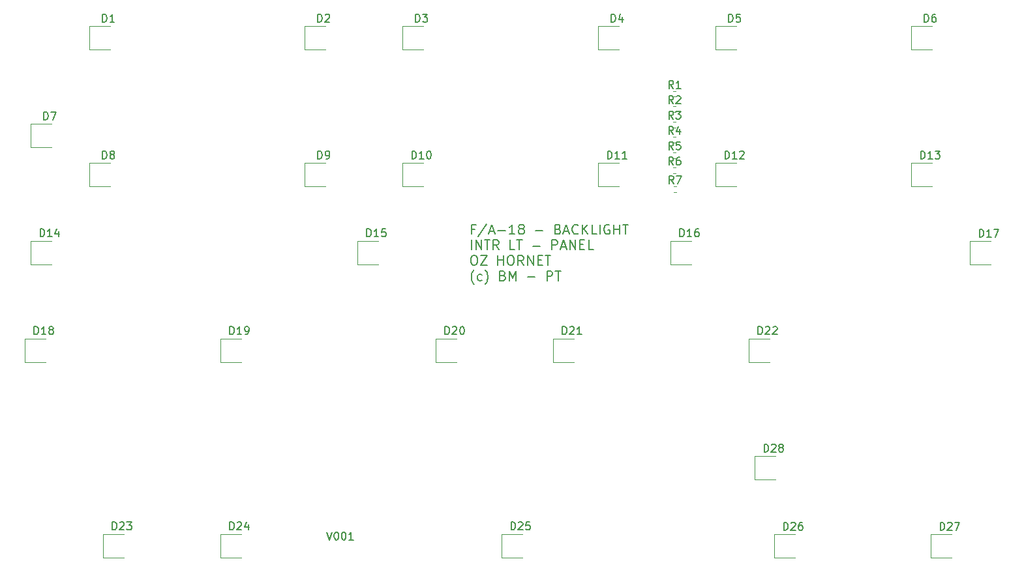
<source format=gbr>
%TF.GenerationSoftware,KiCad,Pcbnew,7.0.9*%
%TF.CreationDate,2024-04-07T12:25:56+10:00*%
%TF.ProjectId,INT-LT-F18,494e542d-4c54-42d4-9631-382e6b696361,rev?*%
%TF.SameCoordinates,Original*%
%TF.FileFunction,Legend,Top*%
%TF.FilePolarity,Positive*%
%FSLAX46Y46*%
G04 Gerber Fmt 4.6, Leading zero omitted, Abs format (unit mm)*
G04 Created by KiCad (PCBNEW 7.0.9) date 2024-04-07 12:25:56*
%MOMM*%
%LPD*%
G01*
G04 APERTURE LIST*
%ADD10C,0.150000*%
%ADD11C,0.120000*%
G04 APERTURE END LIST*
D10*
X127812969Y-75636961D02*
X127396303Y-75636961D01*
X127396303Y-76291723D02*
X127396303Y-75041723D01*
X127396303Y-75041723D02*
X127991541Y-75041723D01*
X129360589Y-74982200D02*
X128289160Y-76589342D01*
X129717732Y-75934580D02*
X130312970Y-75934580D01*
X129598684Y-76291723D02*
X130015351Y-75041723D01*
X130015351Y-75041723D02*
X130432017Y-76291723D01*
X130848685Y-75815533D02*
X131801066Y-75815533D01*
X133051065Y-76291723D02*
X132336780Y-76291723D01*
X132693923Y-76291723D02*
X132693923Y-75041723D01*
X132693923Y-75041723D02*
X132574875Y-75220295D01*
X132574875Y-75220295D02*
X132455827Y-75339342D01*
X132455827Y-75339342D02*
X132336780Y-75398866D01*
X133765351Y-75577438D02*
X133646303Y-75517914D01*
X133646303Y-75517914D02*
X133586780Y-75458390D01*
X133586780Y-75458390D02*
X133527256Y-75339342D01*
X133527256Y-75339342D02*
X133527256Y-75279819D01*
X133527256Y-75279819D02*
X133586780Y-75160771D01*
X133586780Y-75160771D02*
X133646303Y-75101247D01*
X133646303Y-75101247D02*
X133765351Y-75041723D01*
X133765351Y-75041723D02*
X134003446Y-75041723D01*
X134003446Y-75041723D02*
X134122494Y-75101247D01*
X134122494Y-75101247D02*
X134182018Y-75160771D01*
X134182018Y-75160771D02*
X134241541Y-75279819D01*
X134241541Y-75279819D02*
X134241541Y-75339342D01*
X134241541Y-75339342D02*
X134182018Y-75458390D01*
X134182018Y-75458390D02*
X134122494Y-75517914D01*
X134122494Y-75517914D02*
X134003446Y-75577438D01*
X134003446Y-75577438D02*
X133765351Y-75577438D01*
X133765351Y-75577438D02*
X133646303Y-75636961D01*
X133646303Y-75636961D02*
X133586780Y-75696485D01*
X133586780Y-75696485D02*
X133527256Y-75815533D01*
X133527256Y-75815533D02*
X133527256Y-76053628D01*
X133527256Y-76053628D02*
X133586780Y-76172676D01*
X133586780Y-76172676D02*
X133646303Y-76232200D01*
X133646303Y-76232200D02*
X133765351Y-76291723D01*
X133765351Y-76291723D02*
X134003446Y-76291723D01*
X134003446Y-76291723D02*
X134122494Y-76232200D01*
X134122494Y-76232200D02*
X134182018Y-76172676D01*
X134182018Y-76172676D02*
X134241541Y-76053628D01*
X134241541Y-76053628D02*
X134241541Y-75815533D01*
X134241541Y-75815533D02*
X134182018Y-75696485D01*
X134182018Y-75696485D02*
X134122494Y-75636961D01*
X134122494Y-75636961D02*
X134003446Y-75577438D01*
X135729637Y-75815533D02*
X136682018Y-75815533D01*
X138646303Y-75636961D02*
X138824875Y-75696485D01*
X138824875Y-75696485D02*
X138884398Y-75756009D01*
X138884398Y-75756009D02*
X138943922Y-75875057D01*
X138943922Y-75875057D02*
X138943922Y-76053628D01*
X138943922Y-76053628D02*
X138884398Y-76172676D01*
X138884398Y-76172676D02*
X138824875Y-76232200D01*
X138824875Y-76232200D02*
X138705827Y-76291723D01*
X138705827Y-76291723D02*
X138229637Y-76291723D01*
X138229637Y-76291723D02*
X138229637Y-75041723D01*
X138229637Y-75041723D02*
X138646303Y-75041723D01*
X138646303Y-75041723D02*
X138765351Y-75101247D01*
X138765351Y-75101247D02*
X138824875Y-75160771D01*
X138824875Y-75160771D02*
X138884398Y-75279819D01*
X138884398Y-75279819D02*
X138884398Y-75398866D01*
X138884398Y-75398866D02*
X138824875Y-75517914D01*
X138824875Y-75517914D02*
X138765351Y-75577438D01*
X138765351Y-75577438D02*
X138646303Y-75636961D01*
X138646303Y-75636961D02*
X138229637Y-75636961D01*
X139420113Y-75934580D02*
X140015351Y-75934580D01*
X139301065Y-76291723D02*
X139717732Y-75041723D01*
X139717732Y-75041723D02*
X140134398Y-76291723D01*
X141265351Y-76172676D02*
X141205827Y-76232200D01*
X141205827Y-76232200D02*
X141027256Y-76291723D01*
X141027256Y-76291723D02*
X140908208Y-76291723D01*
X140908208Y-76291723D02*
X140729637Y-76232200D01*
X140729637Y-76232200D02*
X140610589Y-76113152D01*
X140610589Y-76113152D02*
X140551066Y-75994104D01*
X140551066Y-75994104D02*
X140491542Y-75756009D01*
X140491542Y-75756009D02*
X140491542Y-75577438D01*
X140491542Y-75577438D02*
X140551066Y-75339342D01*
X140551066Y-75339342D02*
X140610589Y-75220295D01*
X140610589Y-75220295D02*
X140729637Y-75101247D01*
X140729637Y-75101247D02*
X140908208Y-75041723D01*
X140908208Y-75041723D02*
X141027256Y-75041723D01*
X141027256Y-75041723D02*
X141205827Y-75101247D01*
X141205827Y-75101247D02*
X141265351Y-75160771D01*
X141801066Y-76291723D02*
X141801066Y-75041723D01*
X142515351Y-76291723D02*
X141979637Y-75577438D01*
X142515351Y-75041723D02*
X141801066Y-75756009D01*
X143646304Y-76291723D02*
X143051066Y-76291723D01*
X143051066Y-76291723D02*
X143051066Y-75041723D01*
X144062971Y-76291723D02*
X144062971Y-75041723D01*
X145312970Y-75101247D02*
X145193923Y-75041723D01*
X145193923Y-75041723D02*
X145015351Y-75041723D01*
X145015351Y-75041723D02*
X144836780Y-75101247D01*
X144836780Y-75101247D02*
X144717732Y-75220295D01*
X144717732Y-75220295D02*
X144658209Y-75339342D01*
X144658209Y-75339342D02*
X144598685Y-75577438D01*
X144598685Y-75577438D02*
X144598685Y-75756009D01*
X144598685Y-75756009D02*
X144658209Y-75994104D01*
X144658209Y-75994104D02*
X144717732Y-76113152D01*
X144717732Y-76113152D02*
X144836780Y-76232200D01*
X144836780Y-76232200D02*
X145015351Y-76291723D01*
X145015351Y-76291723D02*
X145134399Y-76291723D01*
X145134399Y-76291723D02*
X145312970Y-76232200D01*
X145312970Y-76232200D02*
X145372494Y-76172676D01*
X145372494Y-76172676D02*
X145372494Y-75756009D01*
X145372494Y-75756009D02*
X145134399Y-75756009D01*
X145908209Y-76291723D02*
X145908209Y-75041723D01*
X145908209Y-75636961D02*
X146622494Y-75636961D01*
X146622494Y-76291723D02*
X146622494Y-75041723D01*
X147039161Y-75041723D02*
X147753447Y-75041723D01*
X147396304Y-76291723D02*
X147396304Y-75041723D01*
X127396303Y-78304223D02*
X127396303Y-77054223D01*
X127991541Y-78304223D02*
X127991541Y-77054223D01*
X127991541Y-77054223D02*
X128705826Y-78304223D01*
X128705826Y-78304223D02*
X128705826Y-77054223D01*
X129122493Y-77054223D02*
X129836779Y-77054223D01*
X129479636Y-78304223D02*
X129479636Y-77054223D01*
X130967731Y-78304223D02*
X130551065Y-77708985D01*
X130253446Y-78304223D02*
X130253446Y-77054223D01*
X130253446Y-77054223D02*
X130729636Y-77054223D01*
X130729636Y-77054223D02*
X130848684Y-77113747D01*
X130848684Y-77113747D02*
X130908207Y-77173271D01*
X130908207Y-77173271D02*
X130967731Y-77292319D01*
X130967731Y-77292319D02*
X130967731Y-77470890D01*
X130967731Y-77470890D02*
X130908207Y-77589938D01*
X130908207Y-77589938D02*
X130848684Y-77649461D01*
X130848684Y-77649461D02*
X130729636Y-77708985D01*
X130729636Y-77708985D02*
X130253446Y-77708985D01*
X133051065Y-78304223D02*
X132455827Y-78304223D01*
X132455827Y-78304223D02*
X132455827Y-77054223D01*
X133289160Y-77054223D02*
X134003446Y-77054223D01*
X133646303Y-78304223D02*
X133646303Y-77054223D01*
X135372494Y-77828033D02*
X136324875Y-77828033D01*
X137872494Y-78304223D02*
X137872494Y-77054223D01*
X137872494Y-77054223D02*
X138348684Y-77054223D01*
X138348684Y-77054223D02*
X138467732Y-77113747D01*
X138467732Y-77113747D02*
X138527255Y-77173271D01*
X138527255Y-77173271D02*
X138586779Y-77292319D01*
X138586779Y-77292319D02*
X138586779Y-77470890D01*
X138586779Y-77470890D02*
X138527255Y-77589938D01*
X138527255Y-77589938D02*
X138467732Y-77649461D01*
X138467732Y-77649461D02*
X138348684Y-77708985D01*
X138348684Y-77708985D02*
X137872494Y-77708985D01*
X139062970Y-77947080D02*
X139658208Y-77947080D01*
X138943922Y-78304223D02*
X139360589Y-77054223D01*
X139360589Y-77054223D02*
X139777255Y-78304223D01*
X140193923Y-78304223D02*
X140193923Y-77054223D01*
X140193923Y-77054223D02*
X140908208Y-78304223D01*
X140908208Y-78304223D02*
X140908208Y-77054223D01*
X141503447Y-77649461D02*
X141920113Y-77649461D01*
X142098685Y-78304223D02*
X141503447Y-78304223D01*
X141503447Y-78304223D02*
X141503447Y-77054223D01*
X141503447Y-77054223D02*
X142098685Y-77054223D01*
X143229637Y-78304223D02*
X142634399Y-78304223D01*
X142634399Y-78304223D02*
X142634399Y-77054223D01*
X127634398Y-79066723D02*
X127872493Y-79066723D01*
X127872493Y-79066723D02*
X127991541Y-79126247D01*
X127991541Y-79126247D02*
X128110588Y-79245295D01*
X128110588Y-79245295D02*
X128170112Y-79483390D01*
X128170112Y-79483390D02*
X128170112Y-79900057D01*
X128170112Y-79900057D02*
X128110588Y-80138152D01*
X128110588Y-80138152D02*
X127991541Y-80257200D01*
X127991541Y-80257200D02*
X127872493Y-80316723D01*
X127872493Y-80316723D02*
X127634398Y-80316723D01*
X127634398Y-80316723D02*
X127515350Y-80257200D01*
X127515350Y-80257200D02*
X127396303Y-80138152D01*
X127396303Y-80138152D02*
X127336779Y-79900057D01*
X127336779Y-79900057D02*
X127336779Y-79483390D01*
X127336779Y-79483390D02*
X127396303Y-79245295D01*
X127396303Y-79245295D02*
X127515350Y-79126247D01*
X127515350Y-79126247D02*
X127634398Y-79066723D01*
X128586779Y-79066723D02*
X129420112Y-79066723D01*
X129420112Y-79066723D02*
X128586779Y-80316723D01*
X128586779Y-80316723D02*
X129420112Y-80316723D01*
X130848684Y-80316723D02*
X130848684Y-79066723D01*
X130848684Y-79661961D02*
X131562969Y-79661961D01*
X131562969Y-80316723D02*
X131562969Y-79066723D01*
X132396303Y-79066723D02*
X132634398Y-79066723D01*
X132634398Y-79066723D02*
X132753446Y-79126247D01*
X132753446Y-79126247D02*
X132872493Y-79245295D01*
X132872493Y-79245295D02*
X132932017Y-79483390D01*
X132932017Y-79483390D02*
X132932017Y-79900057D01*
X132932017Y-79900057D02*
X132872493Y-80138152D01*
X132872493Y-80138152D02*
X132753446Y-80257200D01*
X132753446Y-80257200D02*
X132634398Y-80316723D01*
X132634398Y-80316723D02*
X132396303Y-80316723D01*
X132396303Y-80316723D02*
X132277255Y-80257200D01*
X132277255Y-80257200D02*
X132158208Y-80138152D01*
X132158208Y-80138152D02*
X132098684Y-79900057D01*
X132098684Y-79900057D02*
X132098684Y-79483390D01*
X132098684Y-79483390D02*
X132158208Y-79245295D01*
X132158208Y-79245295D02*
X132277255Y-79126247D01*
X132277255Y-79126247D02*
X132396303Y-79066723D01*
X134182017Y-80316723D02*
X133765351Y-79721485D01*
X133467732Y-80316723D02*
X133467732Y-79066723D01*
X133467732Y-79066723D02*
X133943922Y-79066723D01*
X133943922Y-79066723D02*
X134062970Y-79126247D01*
X134062970Y-79126247D02*
X134122493Y-79185771D01*
X134122493Y-79185771D02*
X134182017Y-79304819D01*
X134182017Y-79304819D02*
X134182017Y-79483390D01*
X134182017Y-79483390D02*
X134122493Y-79602438D01*
X134122493Y-79602438D02*
X134062970Y-79661961D01*
X134062970Y-79661961D02*
X133943922Y-79721485D01*
X133943922Y-79721485D02*
X133467732Y-79721485D01*
X134717732Y-80316723D02*
X134717732Y-79066723D01*
X134717732Y-79066723D02*
X135432017Y-80316723D01*
X135432017Y-80316723D02*
X135432017Y-79066723D01*
X136027256Y-79661961D02*
X136443922Y-79661961D01*
X136622494Y-80316723D02*
X136027256Y-80316723D01*
X136027256Y-80316723D02*
X136027256Y-79066723D01*
X136027256Y-79066723D02*
X136622494Y-79066723D01*
X136979636Y-79066723D02*
X137693922Y-79066723D01*
X137336779Y-80316723D02*
X137336779Y-79066723D01*
X127753445Y-82805414D02*
X127693922Y-82745890D01*
X127693922Y-82745890D02*
X127574874Y-82567319D01*
X127574874Y-82567319D02*
X127515350Y-82448271D01*
X127515350Y-82448271D02*
X127455826Y-82269700D01*
X127455826Y-82269700D02*
X127396303Y-81972080D01*
X127396303Y-81972080D02*
X127396303Y-81733985D01*
X127396303Y-81733985D02*
X127455826Y-81436366D01*
X127455826Y-81436366D02*
X127515350Y-81257795D01*
X127515350Y-81257795D02*
X127574874Y-81138747D01*
X127574874Y-81138747D02*
X127693922Y-80960176D01*
X127693922Y-80960176D02*
X127753445Y-80900652D01*
X128765350Y-82269700D02*
X128646302Y-82329223D01*
X128646302Y-82329223D02*
X128408207Y-82329223D01*
X128408207Y-82329223D02*
X128289159Y-82269700D01*
X128289159Y-82269700D02*
X128229636Y-82210176D01*
X128229636Y-82210176D02*
X128170112Y-82091128D01*
X128170112Y-82091128D02*
X128170112Y-81733985D01*
X128170112Y-81733985D02*
X128229636Y-81614938D01*
X128229636Y-81614938D02*
X128289159Y-81555414D01*
X128289159Y-81555414D02*
X128408207Y-81495890D01*
X128408207Y-81495890D02*
X128646302Y-81495890D01*
X128646302Y-81495890D02*
X128765350Y-81555414D01*
X129182017Y-82805414D02*
X129241541Y-82745890D01*
X129241541Y-82745890D02*
X129360588Y-82567319D01*
X129360588Y-82567319D02*
X129420112Y-82448271D01*
X129420112Y-82448271D02*
X129479636Y-82269700D01*
X129479636Y-82269700D02*
X129539160Y-81972080D01*
X129539160Y-81972080D02*
X129539160Y-81733985D01*
X129539160Y-81733985D02*
X129479636Y-81436366D01*
X129479636Y-81436366D02*
X129420112Y-81257795D01*
X129420112Y-81257795D02*
X129360588Y-81138747D01*
X129360588Y-81138747D02*
X129241541Y-80960176D01*
X129241541Y-80960176D02*
X129182017Y-80900652D01*
X131503445Y-81674461D02*
X131682017Y-81733985D01*
X131682017Y-81733985D02*
X131741540Y-81793509D01*
X131741540Y-81793509D02*
X131801064Y-81912557D01*
X131801064Y-81912557D02*
X131801064Y-82091128D01*
X131801064Y-82091128D02*
X131741540Y-82210176D01*
X131741540Y-82210176D02*
X131682017Y-82269700D01*
X131682017Y-82269700D02*
X131562969Y-82329223D01*
X131562969Y-82329223D02*
X131086779Y-82329223D01*
X131086779Y-82329223D02*
X131086779Y-81079223D01*
X131086779Y-81079223D02*
X131503445Y-81079223D01*
X131503445Y-81079223D02*
X131622493Y-81138747D01*
X131622493Y-81138747D02*
X131682017Y-81198271D01*
X131682017Y-81198271D02*
X131741540Y-81317319D01*
X131741540Y-81317319D02*
X131741540Y-81436366D01*
X131741540Y-81436366D02*
X131682017Y-81555414D01*
X131682017Y-81555414D02*
X131622493Y-81614938D01*
X131622493Y-81614938D02*
X131503445Y-81674461D01*
X131503445Y-81674461D02*
X131086779Y-81674461D01*
X132336779Y-82329223D02*
X132336779Y-81079223D01*
X132336779Y-81079223D02*
X132753445Y-81972080D01*
X132753445Y-81972080D02*
X133170112Y-81079223D01*
X133170112Y-81079223D02*
X133170112Y-82329223D01*
X134717731Y-81853033D02*
X135670112Y-81853033D01*
X137217731Y-82329223D02*
X137217731Y-81079223D01*
X137217731Y-81079223D02*
X137693921Y-81079223D01*
X137693921Y-81079223D02*
X137812969Y-81138747D01*
X137812969Y-81138747D02*
X137872492Y-81198271D01*
X137872492Y-81198271D02*
X137932016Y-81317319D01*
X137932016Y-81317319D02*
X137932016Y-81495890D01*
X137932016Y-81495890D02*
X137872492Y-81614938D01*
X137872492Y-81614938D02*
X137812969Y-81674461D01*
X137812969Y-81674461D02*
X137693921Y-81733985D01*
X137693921Y-81733985D02*
X137217731Y-81733985D01*
X138289159Y-81079223D02*
X139003445Y-81079223D01*
X138646302Y-82329223D02*
X138646302Y-81079223D01*
X108648095Y-115014819D02*
X108981428Y-116014819D01*
X108981428Y-116014819D02*
X109314761Y-115014819D01*
X109838571Y-115014819D02*
X109933809Y-115014819D01*
X109933809Y-115014819D02*
X110029047Y-115062438D01*
X110029047Y-115062438D02*
X110076666Y-115110057D01*
X110076666Y-115110057D02*
X110124285Y-115205295D01*
X110124285Y-115205295D02*
X110171904Y-115395771D01*
X110171904Y-115395771D02*
X110171904Y-115633866D01*
X110171904Y-115633866D02*
X110124285Y-115824342D01*
X110124285Y-115824342D02*
X110076666Y-115919580D01*
X110076666Y-115919580D02*
X110029047Y-115967200D01*
X110029047Y-115967200D02*
X109933809Y-116014819D01*
X109933809Y-116014819D02*
X109838571Y-116014819D01*
X109838571Y-116014819D02*
X109743333Y-115967200D01*
X109743333Y-115967200D02*
X109695714Y-115919580D01*
X109695714Y-115919580D02*
X109648095Y-115824342D01*
X109648095Y-115824342D02*
X109600476Y-115633866D01*
X109600476Y-115633866D02*
X109600476Y-115395771D01*
X109600476Y-115395771D02*
X109648095Y-115205295D01*
X109648095Y-115205295D02*
X109695714Y-115110057D01*
X109695714Y-115110057D02*
X109743333Y-115062438D01*
X109743333Y-115062438D02*
X109838571Y-115014819D01*
X110790952Y-115014819D02*
X110886190Y-115014819D01*
X110886190Y-115014819D02*
X110981428Y-115062438D01*
X110981428Y-115062438D02*
X111029047Y-115110057D01*
X111029047Y-115110057D02*
X111076666Y-115205295D01*
X111076666Y-115205295D02*
X111124285Y-115395771D01*
X111124285Y-115395771D02*
X111124285Y-115633866D01*
X111124285Y-115633866D02*
X111076666Y-115824342D01*
X111076666Y-115824342D02*
X111029047Y-115919580D01*
X111029047Y-115919580D02*
X110981428Y-115967200D01*
X110981428Y-115967200D02*
X110886190Y-116014819D01*
X110886190Y-116014819D02*
X110790952Y-116014819D01*
X110790952Y-116014819D02*
X110695714Y-115967200D01*
X110695714Y-115967200D02*
X110648095Y-115919580D01*
X110648095Y-115919580D02*
X110600476Y-115824342D01*
X110600476Y-115824342D02*
X110552857Y-115633866D01*
X110552857Y-115633866D02*
X110552857Y-115395771D01*
X110552857Y-115395771D02*
X110600476Y-115205295D01*
X110600476Y-115205295D02*
X110648095Y-115110057D01*
X110648095Y-115110057D02*
X110695714Y-115062438D01*
X110695714Y-115062438D02*
X110790952Y-115014819D01*
X112076666Y-116014819D02*
X111505238Y-116014819D01*
X111790952Y-116014819D02*
X111790952Y-115014819D01*
X111790952Y-115014819D02*
X111695714Y-115157676D01*
X111695714Y-115157676D02*
X111600476Y-115252914D01*
X111600476Y-115252914D02*
X111505238Y-115300533D01*
X153613233Y-57335619D02*
X153279900Y-56859428D01*
X153041805Y-57335619D02*
X153041805Y-56335619D01*
X153041805Y-56335619D02*
X153422757Y-56335619D01*
X153422757Y-56335619D02*
X153517995Y-56383238D01*
X153517995Y-56383238D02*
X153565614Y-56430857D01*
X153565614Y-56430857D02*
X153613233Y-56526095D01*
X153613233Y-56526095D02*
X153613233Y-56668952D01*
X153613233Y-56668952D02*
X153565614Y-56764190D01*
X153565614Y-56764190D02*
X153517995Y-56811809D01*
X153517995Y-56811809D02*
X153422757Y-56859428D01*
X153422757Y-56859428D02*
X153041805Y-56859428D01*
X154565614Y-57335619D02*
X153994186Y-57335619D01*
X154279900Y-57335619D02*
X154279900Y-56335619D01*
X154279900Y-56335619D02*
X154184662Y-56478476D01*
X154184662Y-56478476D02*
X154089424Y-56573714D01*
X154089424Y-56573714D02*
X153994186Y-56621333D01*
X164631714Y-89298819D02*
X164631714Y-88298819D01*
X164631714Y-88298819D02*
X164869809Y-88298819D01*
X164869809Y-88298819D02*
X165012666Y-88346438D01*
X165012666Y-88346438D02*
X165107904Y-88441676D01*
X165107904Y-88441676D02*
X165155523Y-88536914D01*
X165155523Y-88536914D02*
X165203142Y-88727390D01*
X165203142Y-88727390D02*
X165203142Y-88870247D01*
X165203142Y-88870247D02*
X165155523Y-89060723D01*
X165155523Y-89060723D02*
X165107904Y-89155961D01*
X165107904Y-89155961D02*
X165012666Y-89251200D01*
X165012666Y-89251200D02*
X164869809Y-89298819D01*
X164869809Y-89298819D02*
X164631714Y-89298819D01*
X165584095Y-88394057D02*
X165631714Y-88346438D01*
X165631714Y-88346438D02*
X165726952Y-88298819D01*
X165726952Y-88298819D02*
X165965047Y-88298819D01*
X165965047Y-88298819D02*
X166060285Y-88346438D01*
X166060285Y-88346438D02*
X166107904Y-88394057D01*
X166107904Y-88394057D02*
X166155523Y-88489295D01*
X166155523Y-88489295D02*
X166155523Y-88584533D01*
X166155523Y-88584533D02*
X166107904Y-88727390D01*
X166107904Y-88727390D02*
X165536476Y-89298819D01*
X165536476Y-89298819D02*
X166155523Y-89298819D01*
X166536476Y-88394057D02*
X166584095Y-88346438D01*
X166584095Y-88346438D02*
X166679333Y-88298819D01*
X166679333Y-88298819D02*
X166917428Y-88298819D01*
X166917428Y-88298819D02*
X167012666Y-88346438D01*
X167012666Y-88346438D02*
X167060285Y-88394057D01*
X167060285Y-88394057D02*
X167107904Y-88489295D01*
X167107904Y-88489295D02*
X167107904Y-88584533D01*
X167107904Y-88584533D02*
X167060285Y-88727390D01*
X167060285Y-88727390D02*
X166488857Y-89298819D01*
X166488857Y-89298819D02*
X167107904Y-89298819D01*
X193349714Y-76654819D02*
X193349714Y-75654819D01*
X193349714Y-75654819D02*
X193587809Y-75654819D01*
X193587809Y-75654819D02*
X193730666Y-75702438D01*
X193730666Y-75702438D02*
X193825904Y-75797676D01*
X193825904Y-75797676D02*
X193873523Y-75892914D01*
X193873523Y-75892914D02*
X193921142Y-76083390D01*
X193921142Y-76083390D02*
X193921142Y-76226247D01*
X193921142Y-76226247D02*
X193873523Y-76416723D01*
X193873523Y-76416723D02*
X193825904Y-76511961D01*
X193825904Y-76511961D02*
X193730666Y-76607200D01*
X193730666Y-76607200D02*
X193587809Y-76654819D01*
X193587809Y-76654819D02*
X193349714Y-76654819D01*
X194873523Y-76654819D02*
X194302095Y-76654819D01*
X194587809Y-76654819D02*
X194587809Y-75654819D01*
X194587809Y-75654819D02*
X194492571Y-75797676D01*
X194492571Y-75797676D02*
X194397333Y-75892914D01*
X194397333Y-75892914D02*
X194302095Y-75940533D01*
X195206857Y-75654819D02*
X195873523Y-75654819D01*
X195873523Y-75654819D02*
X195444952Y-76654819D01*
X120165905Y-48714819D02*
X120165905Y-47714819D01*
X120165905Y-47714819D02*
X120404000Y-47714819D01*
X120404000Y-47714819D02*
X120546857Y-47762438D01*
X120546857Y-47762438D02*
X120642095Y-47857676D01*
X120642095Y-47857676D02*
X120689714Y-47952914D01*
X120689714Y-47952914D02*
X120737333Y-48143390D01*
X120737333Y-48143390D02*
X120737333Y-48286247D01*
X120737333Y-48286247D02*
X120689714Y-48476723D01*
X120689714Y-48476723D02*
X120642095Y-48571961D01*
X120642095Y-48571961D02*
X120546857Y-48667200D01*
X120546857Y-48667200D02*
X120404000Y-48714819D01*
X120404000Y-48714819D02*
X120165905Y-48714819D01*
X121070667Y-47714819D02*
X121689714Y-47714819D01*
X121689714Y-47714819D02*
X121356381Y-48095771D01*
X121356381Y-48095771D02*
X121499238Y-48095771D01*
X121499238Y-48095771D02*
X121594476Y-48143390D01*
X121594476Y-48143390D02*
X121642095Y-48191009D01*
X121642095Y-48191009D02*
X121689714Y-48286247D01*
X121689714Y-48286247D02*
X121689714Y-48524342D01*
X121689714Y-48524342D02*
X121642095Y-48619580D01*
X121642095Y-48619580D02*
X121594476Y-48667200D01*
X121594476Y-48667200D02*
X121499238Y-48714819D01*
X121499238Y-48714819D02*
X121213524Y-48714819D01*
X121213524Y-48714819D02*
X121118286Y-48667200D01*
X121118286Y-48667200D02*
X121070667Y-48619580D01*
X153613233Y-67285619D02*
X153279900Y-66809428D01*
X153041805Y-67285619D02*
X153041805Y-66285619D01*
X153041805Y-66285619D02*
X153422757Y-66285619D01*
X153422757Y-66285619D02*
X153517995Y-66333238D01*
X153517995Y-66333238D02*
X153565614Y-66380857D01*
X153565614Y-66380857D02*
X153613233Y-66476095D01*
X153613233Y-66476095D02*
X153613233Y-66618952D01*
X153613233Y-66618952D02*
X153565614Y-66714190D01*
X153565614Y-66714190D02*
X153517995Y-66761809D01*
X153517995Y-66761809D02*
X153422757Y-66809428D01*
X153422757Y-66809428D02*
X153041805Y-66809428D01*
X154470376Y-66285619D02*
X154279900Y-66285619D01*
X154279900Y-66285619D02*
X154184662Y-66333238D01*
X154184662Y-66333238D02*
X154137043Y-66380857D01*
X154137043Y-66380857D02*
X154041805Y-66523714D01*
X154041805Y-66523714D02*
X153994186Y-66714190D01*
X153994186Y-66714190D02*
X153994186Y-67095142D01*
X153994186Y-67095142D02*
X154041805Y-67190380D01*
X154041805Y-67190380D02*
X154089424Y-67238000D01*
X154089424Y-67238000D02*
X154184662Y-67285619D01*
X154184662Y-67285619D02*
X154375138Y-67285619D01*
X154375138Y-67285619D02*
X154470376Y-67238000D01*
X154470376Y-67238000D02*
X154517995Y-67190380D01*
X154517995Y-67190380D02*
X154565614Y-67095142D01*
X154565614Y-67095142D02*
X154565614Y-66857047D01*
X154565614Y-66857047D02*
X154517995Y-66761809D01*
X154517995Y-66761809D02*
X154470376Y-66714190D01*
X154470376Y-66714190D02*
X154375138Y-66666571D01*
X154375138Y-66666571D02*
X154184662Y-66666571D01*
X154184662Y-66666571D02*
X154089424Y-66714190D01*
X154089424Y-66714190D02*
X154041805Y-66761809D01*
X154041805Y-66761809D02*
X153994186Y-66857047D01*
X119689714Y-66494819D02*
X119689714Y-65494819D01*
X119689714Y-65494819D02*
X119927809Y-65494819D01*
X119927809Y-65494819D02*
X120070666Y-65542438D01*
X120070666Y-65542438D02*
X120165904Y-65637676D01*
X120165904Y-65637676D02*
X120213523Y-65732914D01*
X120213523Y-65732914D02*
X120261142Y-65923390D01*
X120261142Y-65923390D02*
X120261142Y-66066247D01*
X120261142Y-66066247D02*
X120213523Y-66256723D01*
X120213523Y-66256723D02*
X120165904Y-66351961D01*
X120165904Y-66351961D02*
X120070666Y-66447200D01*
X120070666Y-66447200D02*
X119927809Y-66494819D01*
X119927809Y-66494819D02*
X119689714Y-66494819D01*
X121213523Y-66494819D02*
X120642095Y-66494819D01*
X120927809Y-66494819D02*
X120927809Y-65494819D01*
X120927809Y-65494819D02*
X120832571Y-65637676D01*
X120832571Y-65637676D02*
X120737333Y-65732914D01*
X120737333Y-65732914D02*
X120642095Y-65780533D01*
X121832571Y-65494819D02*
X121927809Y-65494819D01*
X121927809Y-65494819D02*
X122023047Y-65542438D01*
X122023047Y-65542438D02*
X122070666Y-65590057D01*
X122070666Y-65590057D02*
X122118285Y-65685295D01*
X122118285Y-65685295D02*
X122165904Y-65875771D01*
X122165904Y-65875771D02*
X122165904Y-66113866D01*
X122165904Y-66113866D02*
X122118285Y-66304342D01*
X122118285Y-66304342D02*
X122070666Y-66399580D01*
X122070666Y-66399580D02*
X122023047Y-66447200D01*
X122023047Y-66447200D02*
X121927809Y-66494819D01*
X121927809Y-66494819D02*
X121832571Y-66494819D01*
X121832571Y-66494819D02*
X121737333Y-66447200D01*
X121737333Y-66447200D02*
X121689714Y-66399580D01*
X121689714Y-66399580D02*
X121642095Y-66304342D01*
X121642095Y-66304342D02*
X121594476Y-66113866D01*
X121594476Y-66113866D02*
X121594476Y-65875771D01*
X121594476Y-65875771D02*
X121642095Y-65685295D01*
X121642095Y-65685295D02*
X121689714Y-65590057D01*
X121689714Y-65590057D02*
X121737333Y-65542438D01*
X121737333Y-65542438D02*
X121832571Y-65494819D01*
X167949714Y-114754819D02*
X167949714Y-113754819D01*
X167949714Y-113754819D02*
X168187809Y-113754819D01*
X168187809Y-113754819D02*
X168330666Y-113802438D01*
X168330666Y-113802438D02*
X168425904Y-113897676D01*
X168425904Y-113897676D02*
X168473523Y-113992914D01*
X168473523Y-113992914D02*
X168521142Y-114183390D01*
X168521142Y-114183390D02*
X168521142Y-114326247D01*
X168521142Y-114326247D02*
X168473523Y-114516723D01*
X168473523Y-114516723D02*
X168425904Y-114611961D01*
X168425904Y-114611961D02*
X168330666Y-114707200D01*
X168330666Y-114707200D02*
X168187809Y-114754819D01*
X168187809Y-114754819D02*
X167949714Y-114754819D01*
X168902095Y-113850057D02*
X168949714Y-113802438D01*
X168949714Y-113802438D02*
X169044952Y-113754819D01*
X169044952Y-113754819D02*
X169283047Y-113754819D01*
X169283047Y-113754819D02*
X169378285Y-113802438D01*
X169378285Y-113802438D02*
X169425904Y-113850057D01*
X169425904Y-113850057D02*
X169473523Y-113945295D01*
X169473523Y-113945295D02*
X169473523Y-114040533D01*
X169473523Y-114040533D02*
X169425904Y-114183390D01*
X169425904Y-114183390D02*
X168854476Y-114754819D01*
X168854476Y-114754819D02*
X169473523Y-114754819D01*
X170330666Y-113754819D02*
X170140190Y-113754819D01*
X170140190Y-113754819D02*
X170044952Y-113802438D01*
X170044952Y-113802438D02*
X169997333Y-113850057D01*
X169997333Y-113850057D02*
X169902095Y-113992914D01*
X169902095Y-113992914D02*
X169854476Y-114183390D01*
X169854476Y-114183390D02*
X169854476Y-114564342D01*
X169854476Y-114564342D02*
X169902095Y-114659580D01*
X169902095Y-114659580D02*
X169949714Y-114707200D01*
X169949714Y-114707200D02*
X170044952Y-114754819D01*
X170044952Y-114754819D02*
X170235428Y-114754819D01*
X170235428Y-114754819D02*
X170330666Y-114707200D01*
X170330666Y-114707200D02*
X170378285Y-114659580D01*
X170378285Y-114659580D02*
X170425904Y-114564342D01*
X170425904Y-114564342D02*
X170425904Y-114326247D01*
X170425904Y-114326247D02*
X170378285Y-114231009D01*
X170378285Y-114231009D02*
X170330666Y-114183390D01*
X170330666Y-114183390D02*
X170235428Y-114135771D01*
X170235428Y-114135771D02*
X170044952Y-114135771D01*
X170044952Y-114135771D02*
X169949714Y-114183390D01*
X169949714Y-114183390D02*
X169902095Y-114231009D01*
X169902095Y-114231009D02*
X169854476Y-114326247D01*
X160805905Y-48714819D02*
X160805905Y-47714819D01*
X160805905Y-47714819D02*
X161044000Y-47714819D01*
X161044000Y-47714819D02*
X161186857Y-47762438D01*
X161186857Y-47762438D02*
X161282095Y-47857676D01*
X161282095Y-47857676D02*
X161329714Y-47952914D01*
X161329714Y-47952914D02*
X161377333Y-48143390D01*
X161377333Y-48143390D02*
X161377333Y-48286247D01*
X161377333Y-48286247D02*
X161329714Y-48476723D01*
X161329714Y-48476723D02*
X161282095Y-48571961D01*
X161282095Y-48571961D02*
X161186857Y-48667200D01*
X161186857Y-48667200D02*
X161044000Y-48714819D01*
X161044000Y-48714819D02*
X160805905Y-48714819D01*
X162282095Y-47714819D02*
X161805905Y-47714819D01*
X161805905Y-47714819D02*
X161758286Y-48191009D01*
X161758286Y-48191009D02*
X161805905Y-48143390D01*
X161805905Y-48143390D02*
X161901143Y-48095771D01*
X161901143Y-48095771D02*
X162139238Y-48095771D01*
X162139238Y-48095771D02*
X162234476Y-48143390D01*
X162234476Y-48143390D02*
X162282095Y-48191009D01*
X162282095Y-48191009D02*
X162329714Y-48286247D01*
X162329714Y-48286247D02*
X162329714Y-48524342D01*
X162329714Y-48524342D02*
X162282095Y-48619580D01*
X162282095Y-48619580D02*
X162234476Y-48667200D01*
X162234476Y-48667200D02*
X162139238Y-48714819D01*
X162139238Y-48714819D02*
X161901143Y-48714819D01*
X161901143Y-48714819D02*
X161805905Y-48667200D01*
X161805905Y-48667200D02*
X161758286Y-48619580D01*
X71905905Y-61414819D02*
X71905905Y-60414819D01*
X71905905Y-60414819D02*
X72144000Y-60414819D01*
X72144000Y-60414819D02*
X72286857Y-60462438D01*
X72286857Y-60462438D02*
X72382095Y-60557676D01*
X72382095Y-60557676D02*
X72429714Y-60652914D01*
X72429714Y-60652914D02*
X72477333Y-60843390D01*
X72477333Y-60843390D02*
X72477333Y-60986247D01*
X72477333Y-60986247D02*
X72429714Y-61176723D01*
X72429714Y-61176723D02*
X72382095Y-61271961D01*
X72382095Y-61271961D02*
X72286857Y-61367200D01*
X72286857Y-61367200D02*
X72144000Y-61414819D01*
X72144000Y-61414819D02*
X71905905Y-61414819D01*
X72810667Y-60414819D02*
X73477333Y-60414819D01*
X73477333Y-60414819D02*
X73048762Y-61414819D01*
X79525905Y-48714819D02*
X79525905Y-47714819D01*
X79525905Y-47714819D02*
X79764000Y-47714819D01*
X79764000Y-47714819D02*
X79906857Y-47762438D01*
X79906857Y-47762438D02*
X80002095Y-47857676D01*
X80002095Y-47857676D02*
X80049714Y-47952914D01*
X80049714Y-47952914D02*
X80097333Y-48143390D01*
X80097333Y-48143390D02*
X80097333Y-48286247D01*
X80097333Y-48286247D02*
X80049714Y-48476723D01*
X80049714Y-48476723D02*
X80002095Y-48571961D01*
X80002095Y-48571961D02*
X79906857Y-48667200D01*
X79906857Y-48667200D02*
X79764000Y-48714819D01*
X79764000Y-48714819D02*
X79525905Y-48714819D01*
X81049714Y-48714819D02*
X80478286Y-48714819D01*
X80764000Y-48714819D02*
X80764000Y-47714819D01*
X80764000Y-47714819D02*
X80668762Y-47857676D01*
X80668762Y-47857676D02*
X80573524Y-47952914D01*
X80573524Y-47952914D02*
X80478286Y-48000533D01*
X185729714Y-66494819D02*
X185729714Y-65494819D01*
X185729714Y-65494819D02*
X185967809Y-65494819D01*
X185967809Y-65494819D02*
X186110666Y-65542438D01*
X186110666Y-65542438D02*
X186205904Y-65637676D01*
X186205904Y-65637676D02*
X186253523Y-65732914D01*
X186253523Y-65732914D02*
X186301142Y-65923390D01*
X186301142Y-65923390D02*
X186301142Y-66066247D01*
X186301142Y-66066247D02*
X186253523Y-66256723D01*
X186253523Y-66256723D02*
X186205904Y-66351961D01*
X186205904Y-66351961D02*
X186110666Y-66447200D01*
X186110666Y-66447200D02*
X185967809Y-66494819D01*
X185967809Y-66494819D02*
X185729714Y-66494819D01*
X187253523Y-66494819D02*
X186682095Y-66494819D01*
X186967809Y-66494819D02*
X186967809Y-65494819D01*
X186967809Y-65494819D02*
X186872571Y-65637676D01*
X186872571Y-65637676D02*
X186777333Y-65732914D01*
X186777333Y-65732914D02*
X186682095Y-65780533D01*
X187586857Y-65494819D02*
X188205904Y-65494819D01*
X188205904Y-65494819D02*
X187872571Y-65875771D01*
X187872571Y-65875771D02*
X188015428Y-65875771D01*
X188015428Y-65875771D02*
X188110666Y-65923390D01*
X188110666Y-65923390D02*
X188158285Y-65971009D01*
X188158285Y-65971009D02*
X188205904Y-66066247D01*
X188205904Y-66066247D02*
X188205904Y-66304342D01*
X188205904Y-66304342D02*
X188158285Y-66399580D01*
X188158285Y-66399580D02*
X188110666Y-66447200D01*
X188110666Y-66447200D02*
X188015428Y-66494819D01*
X188015428Y-66494819D02*
X187729714Y-66494819D01*
X187729714Y-66494819D02*
X187634476Y-66447200D01*
X187634476Y-66447200D02*
X187586857Y-66399580D01*
X153613233Y-63305619D02*
X153279900Y-62829428D01*
X153041805Y-63305619D02*
X153041805Y-62305619D01*
X153041805Y-62305619D02*
X153422757Y-62305619D01*
X153422757Y-62305619D02*
X153517995Y-62353238D01*
X153517995Y-62353238D02*
X153565614Y-62400857D01*
X153565614Y-62400857D02*
X153613233Y-62496095D01*
X153613233Y-62496095D02*
X153613233Y-62638952D01*
X153613233Y-62638952D02*
X153565614Y-62734190D01*
X153565614Y-62734190D02*
X153517995Y-62781809D01*
X153517995Y-62781809D02*
X153422757Y-62829428D01*
X153422757Y-62829428D02*
X153041805Y-62829428D01*
X154470376Y-62638952D02*
X154470376Y-63305619D01*
X154232281Y-62258000D02*
X153994186Y-62972285D01*
X153994186Y-62972285D02*
X154613233Y-62972285D01*
X153648433Y-69737519D02*
X153315100Y-69261328D01*
X153077005Y-69737519D02*
X153077005Y-68737519D01*
X153077005Y-68737519D02*
X153457957Y-68737519D01*
X153457957Y-68737519D02*
X153553195Y-68785138D01*
X153553195Y-68785138D02*
X153600814Y-68832757D01*
X153600814Y-68832757D02*
X153648433Y-68927995D01*
X153648433Y-68927995D02*
X153648433Y-69070852D01*
X153648433Y-69070852D02*
X153600814Y-69166090D01*
X153600814Y-69166090D02*
X153553195Y-69213709D01*
X153553195Y-69213709D02*
X153457957Y-69261328D01*
X153457957Y-69261328D02*
X153077005Y-69261328D01*
X153981767Y-68737519D02*
X154648433Y-68737519D01*
X154648433Y-68737519D02*
X154219862Y-69737519D01*
X188269714Y-114754819D02*
X188269714Y-113754819D01*
X188269714Y-113754819D02*
X188507809Y-113754819D01*
X188507809Y-113754819D02*
X188650666Y-113802438D01*
X188650666Y-113802438D02*
X188745904Y-113897676D01*
X188745904Y-113897676D02*
X188793523Y-113992914D01*
X188793523Y-113992914D02*
X188841142Y-114183390D01*
X188841142Y-114183390D02*
X188841142Y-114326247D01*
X188841142Y-114326247D02*
X188793523Y-114516723D01*
X188793523Y-114516723D02*
X188745904Y-114611961D01*
X188745904Y-114611961D02*
X188650666Y-114707200D01*
X188650666Y-114707200D02*
X188507809Y-114754819D01*
X188507809Y-114754819D02*
X188269714Y-114754819D01*
X189222095Y-113850057D02*
X189269714Y-113802438D01*
X189269714Y-113802438D02*
X189364952Y-113754819D01*
X189364952Y-113754819D02*
X189603047Y-113754819D01*
X189603047Y-113754819D02*
X189698285Y-113802438D01*
X189698285Y-113802438D02*
X189745904Y-113850057D01*
X189745904Y-113850057D02*
X189793523Y-113945295D01*
X189793523Y-113945295D02*
X189793523Y-114040533D01*
X189793523Y-114040533D02*
X189745904Y-114183390D01*
X189745904Y-114183390D02*
X189174476Y-114754819D01*
X189174476Y-114754819D02*
X189793523Y-114754819D01*
X190126857Y-113754819D02*
X190793523Y-113754819D01*
X190793523Y-113754819D02*
X190364952Y-114754819D01*
X96051714Y-114698819D02*
X96051714Y-113698819D01*
X96051714Y-113698819D02*
X96289809Y-113698819D01*
X96289809Y-113698819D02*
X96432666Y-113746438D01*
X96432666Y-113746438D02*
X96527904Y-113841676D01*
X96527904Y-113841676D02*
X96575523Y-113936914D01*
X96575523Y-113936914D02*
X96623142Y-114127390D01*
X96623142Y-114127390D02*
X96623142Y-114270247D01*
X96623142Y-114270247D02*
X96575523Y-114460723D01*
X96575523Y-114460723D02*
X96527904Y-114555961D01*
X96527904Y-114555961D02*
X96432666Y-114651200D01*
X96432666Y-114651200D02*
X96289809Y-114698819D01*
X96289809Y-114698819D02*
X96051714Y-114698819D01*
X97004095Y-113794057D02*
X97051714Y-113746438D01*
X97051714Y-113746438D02*
X97146952Y-113698819D01*
X97146952Y-113698819D02*
X97385047Y-113698819D01*
X97385047Y-113698819D02*
X97480285Y-113746438D01*
X97480285Y-113746438D02*
X97527904Y-113794057D01*
X97527904Y-113794057D02*
X97575523Y-113889295D01*
X97575523Y-113889295D02*
X97575523Y-113984533D01*
X97575523Y-113984533D02*
X97527904Y-114127390D01*
X97527904Y-114127390D02*
X96956476Y-114698819D01*
X96956476Y-114698819D02*
X97575523Y-114698819D01*
X98432666Y-114032152D02*
X98432666Y-114698819D01*
X98194571Y-113651200D02*
X97956476Y-114365485D01*
X97956476Y-114365485D02*
X98575523Y-114365485D01*
X107465905Y-66494819D02*
X107465905Y-65494819D01*
X107465905Y-65494819D02*
X107704000Y-65494819D01*
X107704000Y-65494819D02*
X107846857Y-65542438D01*
X107846857Y-65542438D02*
X107942095Y-65637676D01*
X107942095Y-65637676D02*
X107989714Y-65732914D01*
X107989714Y-65732914D02*
X108037333Y-65923390D01*
X108037333Y-65923390D02*
X108037333Y-66066247D01*
X108037333Y-66066247D02*
X107989714Y-66256723D01*
X107989714Y-66256723D02*
X107942095Y-66351961D01*
X107942095Y-66351961D02*
X107846857Y-66447200D01*
X107846857Y-66447200D02*
X107704000Y-66494819D01*
X107704000Y-66494819D02*
X107465905Y-66494819D01*
X108513524Y-66494819D02*
X108704000Y-66494819D01*
X108704000Y-66494819D02*
X108799238Y-66447200D01*
X108799238Y-66447200D02*
X108846857Y-66399580D01*
X108846857Y-66399580D02*
X108942095Y-66256723D01*
X108942095Y-66256723D02*
X108989714Y-66066247D01*
X108989714Y-66066247D02*
X108989714Y-65685295D01*
X108989714Y-65685295D02*
X108942095Y-65590057D01*
X108942095Y-65590057D02*
X108894476Y-65542438D01*
X108894476Y-65542438D02*
X108799238Y-65494819D01*
X108799238Y-65494819D02*
X108608762Y-65494819D01*
X108608762Y-65494819D02*
X108513524Y-65542438D01*
X108513524Y-65542438D02*
X108465905Y-65590057D01*
X108465905Y-65590057D02*
X108418286Y-65685295D01*
X108418286Y-65685295D02*
X108418286Y-65923390D01*
X108418286Y-65923390D02*
X108465905Y-66018628D01*
X108465905Y-66018628D02*
X108513524Y-66066247D01*
X108513524Y-66066247D02*
X108608762Y-66113866D01*
X108608762Y-66113866D02*
X108799238Y-66113866D01*
X108799238Y-66113866D02*
X108894476Y-66066247D01*
X108894476Y-66066247D02*
X108942095Y-66018628D01*
X108942095Y-66018628D02*
X108989714Y-65923390D01*
X153613233Y-65295619D02*
X153279900Y-64819428D01*
X153041805Y-65295619D02*
X153041805Y-64295619D01*
X153041805Y-64295619D02*
X153422757Y-64295619D01*
X153422757Y-64295619D02*
X153517995Y-64343238D01*
X153517995Y-64343238D02*
X153565614Y-64390857D01*
X153565614Y-64390857D02*
X153613233Y-64486095D01*
X153613233Y-64486095D02*
X153613233Y-64628952D01*
X153613233Y-64628952D02*
X153565614Y-64724190D01*
X153565614Y-64724190D02*
X153517995Y-64771809D01*
X153517995Y-64771809D02*
X153422757Y-64819428D01*
X153422757Y-64819428D02*
X153041805Y-64819428D01*
X154517995Y-64295619D02*
X154041805Y-64295619D01*
X154041805Y-64295619D02*
X153994186Y-64771809D01*
X153994186Y-64771809D02*
X154041805Y-64724190D01*
X154041805Y-64724190D02*
X154137043Y-64676571D01*
X154137043Y-64676571D02*
X154375138Y-64676571D01*
X154375138Y-64676571D02*
X154470376Y-64724190D01*
X154470376Y-64724190D02*
X154517995Y-64771809D01*
X154517995Y-64771809D02*
X154565614Y-64867047D01*
X154565614Y-64867047D02*
X154565614Y-65105142D01*
X154565614Y-65105142D02*
X154517995Y-65200380D01*
X154517995Y-65200380D02*
X154470376Y-65248000D01*
X154470376Y-65248000D02*
X154375138Y-65295619D01*
X154375138Y-65295619D02*
X154137043Y-65295619D01*
X154137043Y-65295619D02*
X154041805Y-65248000D01*
X154041805Y-65248000D02*
X153994186Y-65200380D01*
X113831714Y-76598819D02*
X113831714Y-75598819D01*
X113831714Y-75598819D02*
X114069809Y-75598819D01*
X114069809Y-75598819D02*
X114212666Y-75646438D01*
X114212666Y-75646438D02*
X114307904Y-75741676D01*
X114307904Y-75741676D02*
X114355523Y-75836914D01*
X114355523Y-75836914D02*
X114403142Y-76027390D01*
X114403142Y-76027390D02*
X114403142Y-76170247D01*
X114403142Y-76170247D02*
X114355523Y-76360723D01*
X114355523Y-76360723D02*
X114307904Y-76455961D01*
X114307904Y-76455961D02*
X114212666Y-76551200D01*
X114212666Y-76551200D02*
X114069809Y-76598819D01*
X114069809Y-76598819D02*
X113831714Y-76598819D01*
X115355523Y-76598819D02*
X114784095Y-76598819D01*
X115069809Y-76598819D02*
X115069809Y-75598819D01*
X115069809Y-75598819D02*
X114974571Y-75741676D01*
X114974571Y-75741676D02*
X114879333Y-75836914D01*
X114879333Y-75836914D02*
X114784095Y-75884533D01*
X116260285Y-75598819D02*
X115784095Y-75598819D01*
X115784095Y-75598819D02*
X115736476Y-76075009D01*
X115736476Y-76075009D02*
X115784095Y-76027390D01*
X115784095Y-76027390D02*
X115879333Y-75979771D01*
X115879333Y-75979771D02*
X116117428Y-75979771D01*
X116117428Y-75979771D02*
X116212666Y-76027390D01*
X116212666Y-76027390D02*
X116260285Y-76075009D01*
X116260285Y-76075009D02*
X116307904Y-76170247D01*
X116307904Y-76170247D02*
X116307904Y-76408342D01*
X116307904Y-76408342D02*
X116260285Y-76503580D01*
X116260285Y-76503580D02*
X116212666Y-76551200D01*
X116212666Y-76551200D02*
X116117428Y-76598819D01*
X116117428Y-76598819D02*
X115879333Y-76598819D01*
X115879333Y-76598819D02*
X115784095Y-76551200D01*
X115784095Y-76551200D02*
X115736476Y-76503580D01*
X107465905Y-48714819D02*
X107465905Y-47714819D01*
X107465905Y-47714819D02*
X107704000Y-47714819D01*
X107704000Y-47714819D02*
X107846857Y-47762438D01*
X107846857Y-47762438D02*
X107942095Y-47857676D01*
X107942095Y-47857676D02*
X107989714Y-47952914D01*
X107989714Y-47952914D02*
X108037333Y-48143390D01*
X108037333Y-48143390D02*
X108037333Y-48286247D01*
X108037333Y-48286247D02*
X107989714Y-48476723D01*
X107989714Y-48476723D02*
X107942095Y-48571961D01*
X107942095Y-48571961D02*
X107846857Y-48667200D01*
X107846857Y-48667200D02*
X107704000Y-48714819D01*
X107704000Y-48714819D02*
X107465905Y-48714819D01*
X108418286Y-47810057D02*
X108465905Y-47762438D01*
X108465905Y-47762438D02*
X108561143Y-47714819D01*
X108561143Y-47714819D02*
X108799238Y-47714819D01*
X108799238Y-47714819D02*
X108894476Y-47762438D01*
X108894476Y-47762438D02*
X108942095Y-47810057D01*
X108942095Y-47810057D02*
X108989714Y-47905295D01*
X108989714Y-47905295D02*
X108989714Y-48000533D01*
X108989714Y-48000533D02*
X108942095Y-48143390D01*
X108942095Y-48143390D02*
X108370667Y-48714819D01*
X108370667Y-48714819D02*
X108989714Y-48714819D01*
X132549214Y-114698819D02*
X132549214Y-113698819D01*
X132549214Y-113698819D02*
X132787309Y-113698819D01*
X132787309Y-113698819D02*
X132930166Y-113746438D01*
X132930166Y-113746438D02*
X133025404Y-113841676D01*
X133025404Y-113841676D02*
X133073023Y-113936914D01*
X133073023Y-113936914D02*
X133120642Y-114127390D01*
X133120642Y-114127390D02*
X133120642Y-114270247D01*
X133120642Y-114270247D02*
X133073023Y-114460723D01*
X133073023Y-114460723D02*
X133025404Y-114555961D01*
X133025404Y-114555961D02*
X132930166Y-114651200D01*
X132930166Y-114651200D02*
X132787309Y-114698819D01*
X132787309Y-114698819D02*
X132549214Y-114698819D01*
X133501595Y-113794057D02*
X133549214Y-113746438D01*
X133549214Y-113746438D02*
X133644452Y-113698819D01*
X133644452Y-113698819D02*
X133882547Y-113698819D01*
X133882547Y-113698819D02*
X133977785Y-113746438D01*
X133977785Y-113746438D02*
X134025404Y-113794057D01*
X134025404Y-113794057D02*
X134073023Y-113889295D01*
X134073023Y-113889295D02*
X134073023Y-113984533D01*
X134073023Y-113984533D02*
X134025404Y-114127390D01*
X134025404Y-114127390D02*
X133453976Y-114698819D01*
X133453976Y-114698819D02*
X134073023Y-114698819D01*
X134977785Y-113698819D02*
X134501595Y-113698819D01*
X134501595Y-113698819D02*
X134453976Y-114175009D01*
X134453976Y-114175009D02*
X134501595Y-114127390D01*
X134501595Y-114127390D02*
X134596833Y-114079771D01*
X134596833Y-114079771D02*
X134834928Y-114079771D01*
X134834928Y-114079771D02*
X134930166Y-114127390D01*
X134930166Y-114127390D02*
X134977785Y-114175009D01*
X134977785Y-114175009D02*
X135025404Y-114270247D01*
X135025404Y-114270247D02*
X135025404Y-114508342D01*
X135025404Y-114508342D02*
X134977785Y-114603580D01*
X134977785Y-114603580D02*
X134930166Y-114651200D01*
X134930166Y-114651200D02*
X134834928Y-114698819D01*
X134834928Y-114698819D02*
X134596833Y-114698819D01*
X134596833Y-114698819D02*
X134501595Y-114651200D01*
X134501595Y-114651200D02*
X134453976Y-114603580D01*
X145089714Y-66494819D02*
X145089714Y-65494819D01*
X145089714Y-65494819D02*
X145327809Y-65494819D01*
X145327809Y-65494819D02*
X145470666Y-65542438D01*
X145470666Y-65542438D02*
X145565904Y-65637676D01*
X145565904Y-65637676D02*
X145613523Y-65732914D01*
X145613523Y-65732914D02*
X145661142Y-65923390D01*
X145661142Y-65923390D02*
X145661142Y-66066247D01*
X145661142Y-66066247D02*
X145613523Y-66256723D01*
X145613523Y-66256723D02*
X145565904Y-66351961D01*
X145565904Y-66351961D02*
X145470666Y-66447200D01*
X145470666Y-66447200D02*
X145327809Y-66494819D01*
X145327809Y-66494819D02*
X145089714Y-66494819D01*
X146613523Y-66494819D02*
X146042095Y-66494819D01*
X146327809Y-66494819D02*
X146327809Y-65494819D01*
X146327809Y-65494819D02*
X146232571Y-65637676D01*
X146232571Y-65637676D02*
X146137333Y-65732914D01*
X146137333Y-65732914D02*
X146042095Y-65780533D01*
X147565904Y-66494819D02*
X146994476Y-66494819D01*
X147280190Y-66494819D02*
X147280190Y-65494819D01*
X147280190Y-65494819D02*
X147184952Y-65637676D01*
X147184952Y-65637676D02*
X147089714Y-65732914D01*
X147089714Y-65732914D02*
X146994476Y-65780533D01*
X145565905Y-48714819D02*
X145565905Y-47714819D01*
X145565905Y-47714819D02*
X145804000Y-47714819D01*
X145804000Y-47714819D02*
X145946857Y-47762438D01*
X145946857Y-47762438D02*
X146042095Y-47857676D01*
X146042095Y-47857676D02*
X146089714Y-47952914D01*
X146089714Y-47952914D02*
X146137333Y-48143390D01*
X146137333Y-48143390D02*
X146137333Y-48286247D01*
X146137333Y-48286247D02*
X146089714Y-48476723D01*
X146089714Y-48476723D02*
X146042095Y-48571961D01*
X146042095Y-48571961D02*
X145946857Y-48667200D01*
X145946857Y-48667200D02*
X145804000Y-48714819D01*
X145804000Y-48714819D02*
X145565905Y-48714819D01*
X146994476Y-48048152D02*
X146994476Y-48714819D01*
X146756381Y-47667200D02*
X146518286Y-48381485D01*
X146518286Y-48381485D02*
X147137333Y-48381485D01*
X70651714Y-89298819D02*
X70651714Y-88298819D01*
X70651714Y-88298819D02*
X70889809Y-88298819D01*
X70889809Y-88298819D02*
X71032666Y-88346438D01*
X71032666Y-88346438D02*
X71127904Y-88441676D01*
X71127904Y-88441676D02*
X71175523Y-88536914D01*
X71175523Y-88536914D02*
X71223142Y-88727390D01*
X71223142Y-88727390D02*
X71223142Y-88870247D01*
X71223142Y-88870247D02*
X71175523Y-89060723D01*
X71175523Y-89060723D02*
X71127904Y-89155961D01*
X71127904Y-89155961D02*
X71032666Y-89251200D01*
X71032666Y-89251200D02*
X70889809Y-89298819D01*
X70889809Y-89298819D02*
X70651714Y-89298819D01*
X72175523Y-89298819D02*
X71604095Y-89298819D01*
X71889809Y-89298819D02*
X71889809Y-88298819D01*
X71889809Y-88298819D02*
X71794571Y-88441676D01*
X71794571Y-88441676D02*
X71699333Y-88536914D01*
X71699333Y-88536914D02*
X71604095Y-88584533D01*
X72746952Y-88727390D02*
X72651714Y-88679771D01*
X72651714Y-88679771D02*
X72604095Y-88632152D01*
X72604095Y-88632152D02*
X72556476Y-88536914D01*
X72556476Y-88536914D02*
X72556476Y-88489295D01*
X72556476Y-88489295D02*
X72604095Y-88394057D01*
X72604095Y-88394057D02*
X72651714Y-88346438D01*
X72651714Y-88346438D02*
X72746952Y-88298819D01*
X72746952Y-88298819D02*
X72937428Y-88298819D01*
X72937428Y-88298819D02*
X73032666Y-88346438D01*
X73032666Y-88346438D02*
X73080285Y-88394057D01*
X73080285Y-88394057D02*
X73127904Y-88489295D01*
X73127904Y-88489295D02*
X73127904Y-88536914D01*
X73127904Y-88536914D02*
X73080285Y-88632152D01*
X73080285Y-88632152D02*
X73032666Y-88679771D01*
X73032666Y-88679771D02*
X72937428Y-88727390D01*
X72937428Y-88727390D02*
X72746952Y-88727390D01*
X72746952Y-88727390D02*
X72651714Y-88775009D01*
X72651714Y-88775009D02*
X72604095Y-88822628D01*
X72604095Y-88822628D02*
X72556476Y-88917866D01*
X72556476Y-88917866D02*
X72556476Y-89108342D01*
X72556476Y-89108342D02*
X72604095Y-89203580D01*
X72604095Y-89203580D02*
X72651714Y-89251200D01*
X72651714Y-89251200D02*
X72746952Y-89298819D01*
X72746952Y-89298819D02*
X72937428Y-89298819D01*
X72937428Y-89298819D02*
X73032666Y-89251200D01*
X73032666Y-89251200D02*
X73080285Y-89203580D01*
X73080285Y-89203580D02*
X73127904Y-89108342D01*
X73127904Y-89108342D02*
X73127904Y-88917866D01*
X73127904Y-88917866D02*
X73080285Y-88822628D01*
X73080285Y-88822628D02*
X73032666Y-88775009D01*
X73032666Y-88775009D02*
X72937428Y-88727390D01*
X165409714Y-104594819D02*
X165409714Y-103594819D01*
X165409714Y-103594819D02*
X165647809Y-103594819D01*
X165647809Y-103594819D02*
X165790666Y-103642438D01*
X165790666Y-103642438D02*
X165885904Y-103737676D01*
X165885904Y-103737676D02*
X165933523Y-103832914D01*
X165933523Y-103832914D02*
X165981142Y-104023390D01*
X165981142Y-104023390D02*
X165981142Y-104166247D01*
X165981142Y-104166247D02*
X165933523Y-104356723D01*
X165933523Y-104356723D02*
X165885904Y-104451961D01*
X165885904Y-104451961D02*
X165790666Y-104547200D01*
X165790666Y-104547200D02*
X165647809Y-104594819D01*
X165647809Y-104594819D02*
X165409714Y-104594819D01*
X166362095Y-103690057D02*
X166409714Y-103642438D01*
X166409714Y-103642438D02*
X166504952Y-103594819D01*
X166504952Y-103594819D02*
X166743047Y-103594819D01*
X166743047Y-103594819D02*
X166838285Y-103642438D01*
X166838285Y-103642438D02*
X166885904Y-103690057D01*
X166885904Y-103690057D02*
X166933523Y-103785295D01*
X166933523Y-103785295D02*
X166933523Y-103880533D01*
X166933523Y-103880533D02*
X166885904Y-104023390D01*
X166885904Y-104023390D02*
X166314476Y-104594819D01*
X166314476Y-104594819D02*
X166933523Y-104594819D01*
X167504952Y-104023390D02*
X167409714Y-103975771D01*
X167409714Y-103975771D02*
X167362095Y-103928152D01*
X167362095Y-103928152D02*
X167314476Y-103832914D01*
X167314476Y-103832914D02*
X167314476Y-103785295D01*
X167314476Y-103785295D02*
X167362095Y-103690057D01*
X167362095Y-103690057D02*
X167409714Y-103642438D01*
X167409714Y-103642438D02*
X167504952Y-103594819D01*
X167504952Y-103594819D02*
X167695428Y-103594819D01*
X167695428Y-103594819D02*
X167790666Y-103642438D01*
X167790666Y-103642438D02*
X167838285Y-103690057D01*
X167838285Y-103690057D02*
X167885904Y-103785295D01*
X167885904Y-103785295D02*
X167885904Y-103832914D01*
X167885904Y-103832914D02*
X167838285Y-103928152D01*
X167838285Y-103928152D02*
X167790666Y-103975771D01*
X167790666Y-103975771D02*
X167695428Y-104023390D01*
X167695428Y-104023390D02*
X167504952Y-104023390D01*
X167504952Y-104023390D02*
X167409714Y-104071009D01*
X167409714Y-104071009D02*
X167362095Y-104118628D01*
X167362095Y-104118628D02*
X167314476Y-104213866D01*
X167314476Y-104213866D02*
X167314476Y-104404342D01*
X167314476Y-104404342D02*
X167362095Y-104499580D01*
X167362095Y-104499580D02*
X167409714Y-104547200D01*
X167409714Y-104547200D02*
X167504952Y-104594819D01*
X167504952Y-104594819D02*
X167695428Y-104594819D01*
X167695428Y-104594819D02*
X167790666Y-104547200D01*
X167790666Y-104547200D02*
X167838285Y-104499580D01*
X167838285Y-104499580D02*
X167885904Y-104404342D01*
X167885904Y-104404342D02*
X167885904Y-104213866D01*
X167885904Y-104213866D02*
X167838285Y-104118628D01*
X167838285Y-104118628D02*
X167790666Y-104071009D01*
X167790666Y-104071009D02*
X167695428Y-104023390D01*
X153613233Y-59325619D02*
X153279900Y-58849428D01*
X153041805Y-59325619D02*
X153041805Y-58325619D01*
X153041805Y-58325619D02*
X153422757Y-58325619D01*
X153422757Y-58325619D02*
X153517995Y-58373238D01*
X153517995Y-58373238D02*
X153565614Y-58420857D01*
X153565614Y-58420857D02*
X153613233Y-58516095D01*
X153613233Y-58516095D02*
X153613233Y-58658952D01*
X153613233Y-58658952D02*
X153565614Y-58754190D01*
X153565614Y-58754190D02*
X153517995Y-58801809D01*
X153517995Y-58801809D02*
X153422757Y-58849428D01*
X153422757Y-58849428D02*
X153041805Y-58849428D01*
X153994186Y-58420857D02*
X154041805Y-58373238D01*
X154041805Y-58373238D02*
X154137043Y-58325619D01*
X154137043Y-58325619D02*
X154375138Y-58325619D01*
X154375138Y-58325619D02*
X154470376Y-58373238D01*
X154470376Y-58373238D02*
X154517995Y-58420857D01*
X154517995Y-58420857D02*
X154565614Y-58516095D01*
X154565614Y-58516095D02*
X154565614Y-58611333D01*
X154565614Y-58611333D02*
X154517995Y-58754190D01*
X154517995Y-58754190D02*
X153946567Y-59325619D01*
X153946567Y-59325619D02*
X154565614Y-59325619D01*
X139231714Y-89298819D02*
X139231714Y-88298819D01*
X139231714Y-88298819D02*
X139469809Y-88298819D01*
X139469809Y-88298819D02*
X139612666Y-88346438D01*
X139612666Y-88346438D02*
X139707904Y-88441676D01*
X139707904Y-88441676D02*
X139755523Y-88536914D01*
X139755523Y-88536914D02*
X139803142Y-88727390D01*
X139803142Y-88727390D02*
X139803142Y-88870247D01*
X139803142Y-88870247D02*
X139755523Y-89060723D01*
X139755523Y-89060723D02*
X139707904Y-89155961D01*
X139707904Y-89155961D02*
X139612666Y-89251200D01*
X139612666Y-89251200D02*
X139469809Y-89298819D01*
X139469809Y-89298819D02*
X139231714Y-89298819D01*
X140184095Y-88394057D02*
X140231714Y-88346438D01*
X140231714Y-88346438D02*
X140326952Y-88298819D01*
X140326952Y-88298819D02*
X140565047Y-88298819D01*
X140565047Y-88298819D02*
X140660285Y-88346438D01*
X140660285Y-88346438D02*
X140707904Y-88394057D01*
X140707904Y-88394057D02*
X140755523Y-88489295D01*
X140755523Y-88489295D02*
X140755523Y-88584533D01*
X140755523Y-88584533D02*
X140707904Y-88727390D01*
X140707904Y-88727390D02*
X140136476Y-89298819D01*
X140136476Y-89298819D02*
X140755523Y-89298819D01*
X141707904Y-89298819D02*
X141136476Y-89298819D01*
X141422190Y-89298819D02*
X141422190Y-88298819D01*
X141422190Y-88298819D02*
X141326952Y-88441676D01*
X141326952Y-88441676D02*
X141231714Y-88536914D01*
X141231714Y-88536914D02*
X141136476Y-88584533D01*
X71429714Y-76598819D02*
X71429714Y-75598819D01*
X71429714Y-75598819D02*
X71667809Y-75598819D01*
X71667809Y-75598819D02*
X71810666Y-75646438D01*
X71810666Y-75646438D02*
X71905904Y-75741676D01*
X71905904Y-75741676D02*
X71953523Y-75836914D01*
X71953523Y-75836914D02*
X72001142Y-76027390D01*
X72001142Y-76027390D02*
X72001142Y-76170247D01*
X72001142Y-76170247D02*
X71953523Y-76360723D01*
X71953523Y-76360723D02*
X71905904Y-76455961D01*
X71905904Y-76455961D02*
X71810666Y-76551200D01*
X71810666Y-76551200D02*
X71667809Y-76598819D01*
X71667809Y-76598819D02*
X71429714Y-76598819D01*
X72953523Y-76598819D02*
X72382095Y-76598819D01*
X72667809Y-76598819D02*
X72667809Y-75598819D01*
X72667809Y-75598819D02*
X72572571Y-75741676D01*
X72572571Y-75741676D02*
X72477333Y-75836914D01*
X72477333Y-75836914D02*
X72382095Y-75884533D01*
X73810666Y-75932152D02*
X73810666Y-76598819D01*
X73572571Y-75551200D02*
X73334476Y-76265485D01*
X73334476Y-76265485D02*
X73953523Y-76265485D01*
X160329714Y-66494819D02*
X160329714Y-65494819D01*
X160329714Y-65494819D02*
X160567809Y-65494819D01*
X160567809Y-65494819D02*
X160710666Y-65542438D01*
X160710666Y-65542438D02*
X160805904Y-65637676D01*
X160805904Y-65637676D02*
X160853523Y-65732914D01*
X160853523Y-65732914D02*
X160901142Y-65923390D01*
X160901142Y-65923390D02*
X160901142Y-66066247D01*
X160901142Y-66066247D02*
X160853523Y-66256723D01*
X160853523Y-66256723D02*
X160805904Y-66351961D01*
X160805904Y-66351961D02*
X160710666Y-66447200D01*
X160710666Y-66447200D02*
X160567809Y-66494819D01*
X160567809Y-66494819D02*
X160329714Y-66494819D01*
X161853523Y-66494819D02*
X161282095Y-66494819D01*
X161567809Y-66494819D02*
X161567809Y-65494819D01*
X161567809Y-65494819D02*
X161472571Y-65637676D01*
X161472571Y-65637676D02*
X161377333Y-65732914D01*
X161377333Y-65732914D02*
X161282095Y-65780533D01*
X162234476Y-65590057D02*
X162282095Y-65542438D01*
X162282095Y-65542438D02*
X162377333Y-65494819D01*
X162377333Y-65494819D02*
X162615428Y-65494819D01*
X162615428Y-65494819D02*
X162710666Y-65542438D01*
X162710666Y-65542438D02*
X162758285Y-65590057D01*
X162758285Y-65590057D02*
X162805904Y-65685295D01*
X162805904Y-65685295D02*
X162805904Y-65780533D01*
X162805904Y-65780533D02*
X162758285Y-65923390D01*
X162758285Y-65923390D02*
X162186857Y-66494819D01*
X162186857Y-66494819D02*
X162805904Y-66494819D01*
X154471714Y-76598819D02*
X154471714Y-75598819D01*
X154471714Y-75598819D02*
X154709809Y-75598819D01*
X154709809Y-75598819D02*
X154852666Y-75646438D01*
X154852666Y-75646438D02*
X154947904Y-75741676D01*
X154947904Y-75741676D02*
X154995523Y-75836914D01*
X154995523Y-75836914D02*
X155043142Y-76027390D01*
X155043142Y-76027390D02*
X155043142Y-76170247D01*
X155043142Y-76170247D02*
X154995523Y-76360723D01*
X154995523Y-76360723D02*
X154947904Y-76455961D01*
X154947904Y-76455961D02*
X154852666Y-76551200D01*
X154852666Y-76551200D02*
X154709809Y-76598819D01*
X154709809Y-76598819D02*
X154471714Y-76598819D01*
X155995523Y-76598819D02*
X155424095Y-76598819D01*
X155709809Y-76598819D02*
X155709809Y-75598819D01*
X155709809Y-75598819D02*
X155614571Y-75741676D01*
X155614571Y-75741676D02*
X155519333Y-75836914D01*
X155519333Y-75836914D02*
X155424095Y-75884533D01*
X156852666Y-75598819D02*
X156662190Y-75598819D01*
X156662190Y-75598819D02*
X156566952Y-75646438D01*
X156566952Y-75646438D02*
X156519333Y-75694057D01*
X156519333Y-75694057D02*
X156424095Y-75836914D01*
X156424095Y-75836914D02*
X156376476Y-76027390D01*
X156376476Y-76027390D02*
X156376476Y-76408342D01*
X156376476Y-76408342D02*
X156424095Y-76503580D01*
X156424095Y-76503580D02*
X156471714Y-76551200D01*
X156471714Y-76551200D02*
X156566952Y-76598819D01*
X156566952Y-76598819D02*
X156757428Y-76598819D01*
X156757428Y-76598819D02*
X156852666Y-76551200D01*
X156852666Y-76551200D02*
X156900285Y-76503580D01*
X156900285Y-76503580D02*
X156947904Y-76408342D01*
X156947904Y-76408342D02*
X156947904Y-76170247D01*
X156947904Y-76170247D02*
X156900285Y-76075009D01*
X156900285Y-76075009D02*
X156852666Y-76027390D01*
X156852666Y-76027390D02*
X156757428Y-75979771D01*
X156757428Y-75979771D02*
X156566952Y-75979771D01*
X156566952Y-75979771D02*
X156471714Y-76027390D01*
X156471714Y-76027390D02*
X156424095Y-76075009D01*
X156424095Y-76075009D02*
X156376476Y-76170247D01*
X80811714Y-114698819D02*
X80811714Y-113698819D01*
X80811714Y-113698819D02*
X81049809Y-113698819D01*
X81049809Y-113698819D02*
X81192666Y-113746438D01*
X81192666Y-113746438D02*
X81287904Y-113841676D01*
X81287904Y-113841676D02*
X81335523Y-113936914D01*
X81335523Y-113936914D02*
X81383142Y-114127390D01*
X81383142Y-114127390D02*
X81383142Y-114270247D01*
X81383142Y-114270247D02*
X81335523Y-114460723D01*
X81335523Y-114460723D02*
X81287904Y-114555961D01*
X81287904Y-114555961D02*
X81192666Y-114651200D01*
X81192666Y-114651200D02*
X81049809Y-114698819D01*
X81049809Y-114698819D02*
X80811714Y-114698819D01*
X81764095Y-113794057D02*
X81811714Y-113746438D01*
X81811714Y-113746438D02*
X81906952Y-113698819D01*
X81906952Y-113698819D02*
X82145047Y-113698819D01*
X82145047Y-113698819D02*
X82240285Y-113746438D01*
X82240285Y-113746438D02*
X82287904Y-113794057D01*
X82287904Y-113794057D02*
X82335523Y-113889295D01*
X82335523Y-113889295D02*
X82335523Y-113984533D01*
X82335523Y-113984533D02*
X82287904Y-114127390D01*
X82287904Y-114127390D02*
X81716476Y-114698819D01*
X81716476Y-114698819D02*
X82335523Y-114698819D01*
X82668857Y-113698819D02*
X83287904Y-113698819D01*
X83287904Y-113698819D02*
X82954571Y-114079771D01*
X82954571Y-114079771D02*
X83097428Y-114079771D01*
X83097428Y-114079771D02*
X83192666Y-114127390D01*
X83192666Y-114127390D02*
X83240285Y-114175009D01*
X83240285Y-114175009D02*
X83287904Y-114270247D01*
X83287904Y-114270247D02*
X83287904Y-114508342D01*
X83287904Y-114508342D02*
X83240285Y-114603580D01*
X83240285Y-114603580D02*
X83192666Y-114651200D01*
X83192666Y-114651200D02*
X83097428Y-114698819D01*
X83097428Y-114698819D02*
X82811714Y-114698819D01*
X82811714Y-114698819D02*
X82716476Y-114651200D01*
X82716476Y-114651200D02*
X82668857Y-114603580D01*
X96051714Y-89298819D02*
X96051714Y-88298819D01*
X96051714Y-88298819D02*
X96289809Y-88298819D01*
X96289809Y-88298819D02*
X96432666Y-88346438D01*
X96432666Y-88346438D02*
X96527904Y-88441676D01*
X96527904Y-88441676D02*
X96575523Y-88536914D01*
X96575523Y-88536914D02*
X96623142Y-88727390D01*
X96623142Y-88727390D02*
X96623142Y-88870247D01*
X96623142Y-88870247D02*
X96575523Y-89060723D01*
X96575523Y-89060723D02*
X96527904Y-89155961D01*
X96527904Y-89155961D02*
X96432666Y-89251200D01*
X96432666Y-89251200D02*
X96289809Y-89298819D01*
X96289809Y-89298819D02*
X96051714Y-89298819D01*
X97575523Y-89298819D02*
X97004095Y-89298819D01*
X97289809Y-89298819D02*
X97289809Y-88298819D01*
X97289809Y-88298819D02*
X97194571Y-88441676D01*
X97194571Y-88441676D02*
X97099333Y-88536914D01*
X97099333Y-88536914D02*
X97004095Y-88584533D01*
X98051714Y-89298819D02*
X98242190Y-89298819D01*
X98242190Y-89298819D02*
X98337428Y-89251200D01*
X98337428Y-89251200D02*
X98385047Y-89203580D01*
X98385047Y-89203580D02*
X98480285Y-89060723D01*
X98480285Y-89060723D02*
X98527904Y-88870247D01*
X98527904Y-88870247D02*
X98527904Y-88489295D01*
X98527904Y-88489295D02*
X98480285Y-88394057D01*
X98480285Y-88394057D02*
X98432666Y-88346438D01*
X98432666Y-88346438D02*
X98337428Y-88298819D01*
X98337428Y-88298819D02*
X98146952Y-88298819D01*
X98146952Y-88298819D02*
X98051714Y-88346438D01*
X98051714Y-88346438D02*
X98004095Y-88394057D01*
X98004095Y-88394057D02*
X97956476Y-88489295D01*
X97956476Y-88489295D02*
X97956476Y-88727390D01*
X97956476Y-88727390D02*
X98004095Y-88822628D01*
X98004095Y-88822628D02*
X98051714Y-88870247D01*
X98051714Y-88870247D02*
X98146952Y-88917866D01*
X98146952Y-88917866D02*
X98337428Y-88917866D01*
X98337428Y-88917866D02*
X98432666Y-88870247D01*
X98432666Y-88870247D02*
X98480285Y-88822628D01*
X98480285Y-88822628D02*
X98527904Y-88727390D01*
X123991714Y-89298819D02*
X123991714Y-88298819D01*
X123991714Y-88298819D02*
X124229809Y-88298819D01*
X124229809Y-88298819D02*
X124372666Y-88346438D01*
X124372666Y-88346438D02*
X124467904Y-88441676D01*
X124467904Y-88441676D02*
X124515523Y-88536914D01*
X124515523Y-88536914D02*
X124563142Y-88727390D01*
X124563142Y-88727390D02*
X124563142Y-88870247D01*
X124563142Y-88870247D02*
X124515523Y-89060723D01*
X124515523Y-89060723D02*
X124467904Y-89155961D01*
X124467904Y-89155961D02*
X124372666Y-89251200D01*
X124372666Y-89251200D02*
X124229809Y-89298819D01*
X124229809Y-89298819D02*
X123991714Y-89298819D01*
X124944095Y-88394057D02*
X124991714Y-88346438D01*
X124991714Y-88346438D02*
X125086952Y-88298819D01*
X125086952Y-88298819D02*
X125325047Y-88298819D01*
X125325047Y-88298819D02*
X125420285Y-88346438D01*
X125420285Y-88346438D02*
X125467904Y-88394057D01*
X125467904Y-88394057D02*
X125515523Y-88489295D01*
X125515523Y-88489295D02*
X125515523Y-88584533D01*
X125515523Y-88584533D02*
X125467904Y-88727390D01*
X125467904Y-88727390D02*
X124896476Y-89298819D01*
X124896476Y-89298819D02*
X125515523Y-89298819D01*
X126134571Y-88298819D02*
X126229809Y-88298819D01*
X126229809Y-88298819D02*
X126325047Y-88346438D01*
X126325047Y-88346438D02*
X126372666Y-88394057D01*
X126372666Y-88394057D02*
X126420285Y-88489295D01*
X126420285Y-88489295D02*
X126467904Y-88679771D01*
X126467904Y-88679771D02*
X126467904Y-88917866D01*
X126467904Y-88917866D02*
X126420285Y-89108342D01*
X126420285Y-89108342D02*
X126372666Y-89203580D01*
X126372666Y-89203580D02*
X126325047Y-89251200D01*
X126325047Y-89251200D02*
X126229809Y-89298819D01*
X126229809Y-89298819D02*
X126134571Y-89298819D01*
X126134571Y-89298819D02*
X126039333Y-89251200D01*
X126039333Y-89251200D02*
X125991714Y-89203580D01*
X125991714Y-89203580D02*
X125944095Y-89108342D01*
X125944095Y-89108342D02*
X125896476Y-88917866D01*
X125896476Y-88917866D02*
X125896476Y-88679771D01*
X125896476Y-88679771D02*
X125944095Y-88489295D01*
X125944095Y-88489295D02*
X125991714Y-88394057D01*
X125991714Y-88394057D02*
X126039333Y-88346438D01*
X126039333Y-88346438D02*
X126134571Y-88298819D01*
X186205905Y-48714819D02*
X186205905Y-47714819D01*
X186205905Y-47714819D02*
X186444000Y-47714819D01*
X186444000Y-47714819D02*
X186586857Y-47762438D01*
X186586857Y-47762438D02*
X186682095Y-47857676D01*
X186682095Y-47857676D02*
X186729714Y-47952914D01*
X186729714Y-47952914D02*
X186777333Y-48143390D01*
X186777333Y-48143390D02*
X186777333Y-48286247D01*
X186777333Y-48286247D02*
X186729714Y-48476723D01*
X186729714Y-48476723D02*
X186682095Y-48571961D01*
X186682095Y-48571961D02*
X186586857Y-48667200D01*
X186586857Y-48667200D02*
X186444000Y-48714819D01*
X186444000Y-48714819D02*
X186205905Y-48714819D01*
X187634476Y-47714819D02*
X187444000Y-47714819D01*
X187444000Y-47714819D02*
X187348762Y-47762438D01*
X187348762Y-47762438D02*
X187301143Y-47810057D01*
X187301143Y-47810057D02*
X187205905Y-47952914D01*
X187205905Y-47952914D02*
X187158286Y-48143390D01*
X187158286Y-48143390D02*
X187158286Y-48524342D01*
X187158286Y-48524342D02*
X187205905Y-48619580D01*
X187205905Y-48619580D02*
X187253524Y-48667200D01*
X187253524Y-48667200D02*
X187348762Y-48714819D01*
X187348762Y-48714819D02*
X187539238Y-48714819D01*
X187539238Y-48714819D02*
X187634476Y-48667200D01*
X187634476Y-48667200D02*
X187682095Y-48619580D01*
X187682095Y-48619580D02*
X187729714Y-48524342D01*
X187729714Y-48524342D02*
X187729714Y-48286247D01*
X187729714Y-48286247D02*
X187682095Y-48191009D01*
X187682095Y-48191009D02*
X187634476Y-48143390D01*
X187634476Y-48143390D02*
X187539238Y-48095771D01*
X187539238Y-48095771D02*
X187348762Y-48095771D01*
X187348762Y-48095771D02*
X187253524Y-48143390D01*
X187253524Y-48143390D02*
X187205905Y-48191009D01*
X187205905Y-48191009D02*
X187158286Y-48286247D01*
X79525905Y-66494819D02*
X79525905Y-65494819D01*
X79525905Y-65494819D02*
X79764000Y-65494819D01*
X79764000Y-65494819D02*
X79906857Y-65542438D01*
X79906857Y-65542438D02*
X80002095Y-65637676D01*
X80002095Y-65637676D02*
X80049714Y-65732914D01*
X80049714Y-65732914D02*
X80097333Y-65923390D01*
X80097333Y-65923390D02*
X80097333Y-66066247D01*
X80097333Y-66066247D02*
X80049714Y-66256723D01*
X80049714Y-66256723D02*
X80002095Y-66351961D01*
X80002095Y-66351961D02*
X79906857Y-66447200D01*
X79906857Y-66447200D02*
X79764000Y-66494819D01*
X79764000Y-66494819D02*
X79525905Y-66494819D01*
X80668762Y-65923390D02*
X80573524Y-65875771D01*
X80573524Y-65875771D02*
X80525905Y-65828152D01*
X80525905Y-65828152D02*
X80478286Y-65732914D01*
X80478286Y-65732914D02*
X80478286Y-65685295D01*
X80478286Y-65685295D02*
X80525905Y-65590057D01*
X80525905Y-65590057D02*
X80573524Y-65542438D01*
X80573524Y-65542438D02*
X80668762Y-65494819D01*
X80668762Y-65494819D02*
X80859238Y-65494819D01*
X80859238Y-65494819D02*
X80954476Y-65542438D01*
X80954476Y-65542438D02*
X81002095Y-65590057D01*
X81002095Y-65590057D02*
X81049714Y-65685295D01*
X81049714Y-65685295D02*
X81049714Y-65732914D01*
X81049714Y-65732914D02*
X81002095Y-65828152D01*
X81002095Y-65828152D02*
X80954476Y-65875771D01*
X80954476Y-65875771D02*
X80859238Y-65923390D01*
X80859238Y-65923390D02*
X80668762Y-65923390D01*
X80668762Y-65923390D02*
X80573524Y-65971009D01*
X80573524Y-65971009D02*
X80525905Y-66018628D01*
X80525905Y-66018628D02*
X80478286Y-66113866D01*
X80478286Y-66113866D02*
X80478286Y-66304342D01*
X80478286Y-66304342D02*
X80525905Y-66399580D01*
X80525905Y-66399580D02*
X80573524Y-66447200D01*
X80573524Y-66447200D02*
X80668762Y-66494819D01*
X80668762Y-66494819D02*
X80859238Y-66494819D01*
X80859238Y-66494819D02*
X80954476Y-66447200D01*
X80954476Y-66447200D02*
X81002095Y-66399580D01*
X81002095Y-66399580D02*
X81049714Y-66304342D01*
X81049714Y-66304342D02*
X81049714Y-66113866D01*
X81049714Y-66113866D02*
X81002095Y-66018628D01*
X81002095Y-66018628D02*
X80954476Y-65971009D01*
X80954476Y-65971009D02*
X80859238Y-65923390D01*
X153613233Y-61315619D02*
X153279900Y-60839428D01*
X153041805Y-61315619D02*
X153041805Y-60315619D01*
X153041805Y-60315619D02*
X153422757Y-60315619D01*
X153422757Y-60315619D02*
X153517995Y-60363238D01*
X153517995Y-60363238D02*
X153565614Y-60410857D01*
X153565614Y-60410857D02*
X153613233Y-60506095D01*
X153613233Y-60506095D02*
X153613233Y-60648952D01*
X153613233Y-60648952D02*
X153565614Y-60744190D01*
X153565614Y-60744190D02*
X153517995Y-60791809D01*
X153517995Y-60791809D02*
X153422757Y-60839428D01*
X153422757Y-60839428D02*
X153041805Y-60839428D01*
X153946567Y-60315619D02*
X154565614Y-60315619D01*
X154565614Y-60315619D02*
X154232281Y-60696571D01*
X154232281Y-60696571D02*
X154375138Y-60696571D01*
X154375138Y-60696571D02*
X154470376Y-60744190D01*
X154470376Y-60744190D02*
X154517995Y-60791809D01*
X154517995Y-60791809D02*
X154565614Y-60887047D01*
X154565614Y-60887047D02*
X154565614Y-61125142D01*
X154565614Y-61125142D02*
X154517995Y-61220380D01*
X154517995Y-61220380D02*
X154470376Y-61268000D01*
X154470376Y-61268000D02*
X154375138Y-61315619D01*
X154375138Y-61315619D02*
X154089424Y-61315619D01*
X154089424Y-61315619D02*
X153994186Y-61268000D01*
X153994186Y-61268000D02*
X153946567Y-61220380D01*
D11*
%TO.C,R1*%
X153626259Y-57670800D02*
X153933541Y-57670800D01*
X153626259Y-58430800D02*
X153933541Y-58430800D01*
%TO.C,D22*%
X163415000Y-89860000D02*
X163415000Y-92908000D01*
X163415000Y-92908000D02*
X166100000Y-92908000D01*
X166100000Y-89860000D02*
X163415000Y-89860000D01*
%TO.C,D17*%
X192133000Y-77216000D02*
X192133000Y-80264000D01*
X192133000Y-80264000D02*
X194818000Y-80264000D01*
X194818000Y-77216000D02*
X192133000Y-77216000D01*
%TO.C,D3*%
X118473000Y-49276000D02*
X118473000Y-52324000D01*
X118473000Y-52324000D02*
X121158000Y-52324000D01*
X121158000Y-49276000D02*
X118473000Y-49276000D01*
%TO.C,R6*%
X153626259Y-67620800D02*
X153933541Y-67620800D01*
X153626259Y-68380800D02*
X153933541Y-68380800D01*
%TO.C,D10*%
X118473000Y-67056000D02*
X118473000Y-70104000D01*
X118473000Y-70104000D02*
X121158000Y-70104000D01*
X121158000Y-67056000D02*
X118473000Y-67056000D01*
%TO.C,D26*%
X166733000Y-115316000D02*
X166733000Y-118364000D01*
X166733000Y-118364000D02*
X169418000Y-118364000D01*
X169418000Y-115316000D02*
X166733000Y-115316000D01*
%TO.C,D5*%
X159113000Y-49276000D02*
X159113000Y-52324000D01*
X159113000Y-52324000D02*
X161798000Y-52324000D01*
X161798000Y-49276000D02*
X159113000Y-49276000D01*
%TO.C,D7*%
X70213000Y-61976000D02*
X70213000Y-65024000D01*
X70213000Y-65024000D02*
X72898000Y-65024000D01*
X72898000Y-61976000D02*
X70213000Y-61976000D01*
%TO.C,D1*%
X77833000Y-49276000D02*
X77833000Y-52324000D01*
X77833000Y-52324000D02*
X80518000Y-52324000D01*
X80518000Y-49276000D02*
X77833000Y-49276000D01*
%TO.C,D13*%
X184513000Y-67056000D02*
X184513000Y-70104000D01*
X184513000Y-70104000D02*
X187198000Y-70104000D01*
X187198000Y-67056000D02*
X184513000Y-67056000D01*
%TO.C,R4*%
X153626259Y-63640800D02*
X153933541Y-63640800D01*
X153626259Y-64400800D02*
X153933541Y-64400800D01*
%TO.C,R7*%
X153661459Y-70072700D02*
X153968741Y-70072700D01*
X153661459Y-70832700D02*
X153968741Y-70832700D01*
%TO.C,D27*%
X187053000Y-115316000D02*
X187053000Y-118364000D01*
X187053000Y-118364000D02*
X189738000Y-118364000D01*
X189738000Y-115316000D02*
X187053000Y-115316000D01*
%TO.C,D24*%
X94835000Y-115260000D02*
X94835000Y-118308000D01*
X94835000Y-118308000D02*
X97520000Y-118308000D01*
X97520000Y-115260000D02*
X94835000Y-115260000D01*
%TO.C,D9*%
X105773000Y-67056000D02*
X105773000Y-70104000D01*
X105773000Y-70104000D02*
X108458000Y-70104000D01*
X108458000Y-67056000D02*
X105773000Y-67056000D01*
%TO.C,R5*%
X153626259Y-65630800D02*
X153933541Y-65630800D01*
X153626259Y-66390800D02*
X153933541Y-66390800D01*
%TO.C,D15*%
X112615000Y-77160000D02*
X112615000Y-80208000D01*
X112615000Y-80208000D02*
X115300000Y-80208000D01*
X115300000Y-77160000D02*
X112615000Y-77160000D01*
%TO.C,D2*%
X105773000Y-49276000D02*
X105773000Y-52324000D01*
X105773000Y-52324000D02*
X108458000Y-52324000D01*
X108458000Y-49276000D02*
X105773000Y-49276000D01*
%TO.C,D25*%
X131332500Y-115260000D02*
X131332500Y-118308000D01*
X131332500Y-118308000D02*
X134017500Y-118308000D01*
X134017500Y-115260000D02*
X131332500Y-115260000D01*
%TO.C,D11*%
X143873000Y-67056000D02*
X143873000Y-70104000D01*
X143873000Y-70104000D02*
X146558000Y-70104000D01*
X146558000Y-67056000D02*
X143873000Y-67056000D01*
%TO.C,D4*%
X143873000Y-49276000D02*
X143873000Y-52324000D01*
X143873000Y-52324000D02*
X146558000Y-52324000D01*
X146558000Y-49276000D02*
X143873000Y-49276000D01*
%TO.C,D18*%
X69435000Y-89860000D02*
X69435000Y-92908000D01*
X69435000Y-92908000D02*
X72120000Y-92908000D01*
X72120000Y-89860000D02*
X69435000Y-89860000D01*
%TO.C,D28*%
X164193000Y-105156000D02*
X164193000Y-108204000D01*
X164193000Y-108204000D02*
X166878000Y-108204000D01*
X166878000Y-105156000D02*
X164193000Y-105156000D01*
%TO.C,R2*%
X153626259Y-59660800D02*
X153933541Y-59660800D01*
X153626259Y-60420800D02*
X153933541Y-60420800D01*
%TO.C,D21*%
X138015000Y-89860000D02*
X138015000Y-92908000D01*
X138015000Y-92908000D02*
X140700000Y-92908000D01*
X140700000Y-89860000D02*
X138015000Y-89860000D01*
%TO.C,D14*%
X70213000Y-77160000D02*
X70213000Y-80208000D01*
X70213000Y-80208000D02*
X72898000Y-80208000D01*
X72898000Y-77160000D02*
X70213000Y-77160000D01*
%TO.C,D12*%
X159113000Y-67056000D02*
X159113000Y-70104000D01*
X159113000Y-70104000D02*
X161798000Y-70104000D01*
X161798000Y-67056000D02*
X159113000Y-67056000D01*
%TO.C,D16*%
X153255000Y-77160000D02*
X153255000Y-80208000D01*
X153255000Y-80208000D02*
X155940000Y-80208000D01*
X155940000Y-77160000D02*
X153255000Y-77160000D01*
%TO.C,D23*%
X79595000Y-115260000D02*
X79595000Y-118308000D01*
X79595000Y-118308000D02*
X82280000Y-118308000D01*
X82280000Y-115260000D02*
X79595000Y-115260000D01*
%TO.C,D19*%
X94835000Y-89860000D02*
X94835000Y-92908000D01*
X94835000Y-92908000D02*
X97520000Y-92908000D01*
X97520000Y-89860000D02*
X94835000Y-89860000D01*
%TO.C,D20*%
X122775000Y-89860000D02*
X122775000Y-92908000D01*
X122775000Y-92908000D02*
X125460000Y-92908000D01*
X125460000Y-89860000D02*
X122775000Y-89860000D01*
%TO.C,D6*%
X184513000Y-49276000D02*
X184513000Y-52324000D01*
X184513000Y-52324000D02*
X187198000Y-52324000D01*
X187198000Y-49276000D02*
X184513000Y-49276000D01*
%TO.C,D8*%
X77833000Y-67056000D02*
X77833000Y-70104000D01*
X77833000Y-70104000D02*
X80518000Y-70104000D01*
X80518000Y-67056000D02*
X77833000Y-67056000D01*
%TO.C,R3*%
X153626259Y-61650800D02*
X153933541Y-61650800D01*
X153626259Y-62410800D02*
X153933541Y-62410800D01*
%TD*%
M02*

</source>
